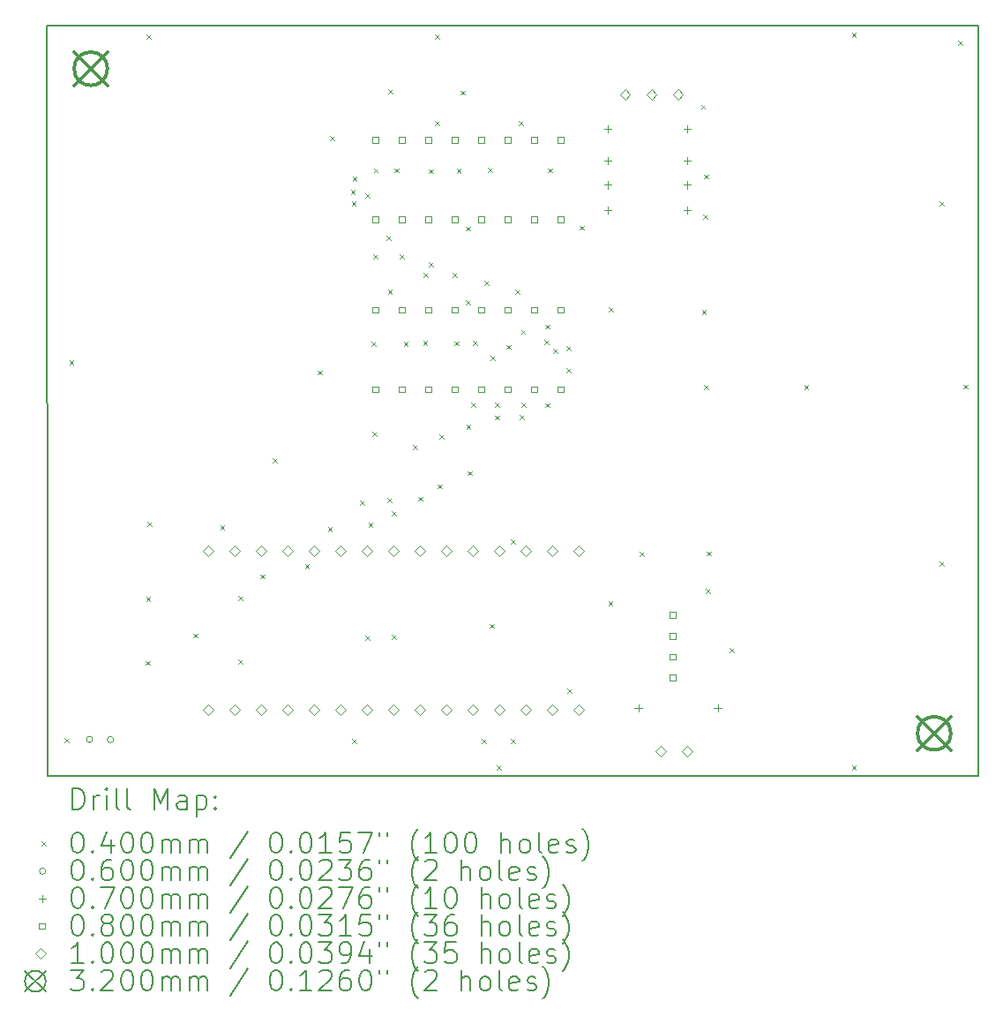
<source format=gbr>
%FSLAX45Y45*%
G04 Gerber Fmt 4.5, Leading zero omitted, Abs format (unit mm)*
G04 Created by KiCad (PCBNEW (6.0.4)) date 2023-10-22 17:32:35*
%MOMM*%
%LPD*%
G01*
G04 APERTURE LIST*
%TA.AperFunction,Profile*%
%ADD10C,0.150000*%
%TD*%
%ADD11C,0.200000*%
%ADD12C,0.040000*%
%ADD13C,0.060000*%
%ADD14C,0.070000*%
%ADD15C,0.080000*%
%ADD16C,0.100000*%
%ADD17C,0.320000*%
G04 APERTURE END LIST*
D10*
X27383400Y-8356400D02*
X27383400Y-15554000D01*
X18437800Y-8356400D02*
X27383400Y-8356400D01*
X18447800Y-15556400D02*
X18437800Y-8356400D01*
X27383400Y-15554000D02*
X18447800Y-15556400D01*
D11*
D12*
X18608800Y-15189400D02*
X18648800Y-15229400D01*
X18648800Y-15189400D02*
X18608800Y-15229400D01*
X18657800Y-11566400D02*
X18697800Y-11606400D01*
X18697800Y-11566400D02*
X18657800Y-11606400D01*
X19387800Y-14451400D02*
X19427800Y-14491400D01*
X19427800Y-14451400D02*
X19387800Y-14491400D01*
X19392800Y-13838900D02*
X19432800Y-13878900D01*
X19432800Y-13838900D02*
X19392800Y-13878900D01*
X19397800Y-8446400D02*
X19437800Y-8486400D01*
X19437800Y-8446400D02*
X19397800Y-8486400D01*
X19407800Y-13116400D02*
X19447800Y-13156400D01*
X19447800Y-13116400D02*
X19407800Y-13156400D01*
X19847800Y-14188900D02*
X19887800Y-14228900D01*
X19887800Y-14188900D02*
X19847800Y-14228900D01*
X20105300Y-13153900D02*
X20145300Y-13193900D01*
X20145300Y-13153900D02*
X20105300Y-13193900D01*
X20276800Y-13832200D02*
X20316800Y-13872200D01*
X20316800Y-13832200D02*
X20276800Y-13872200D01*
X20276800Y-14441800D02*
X20316800Y-14481800D01*
X20316800Y-14441800D02*
X20276800Y-14481800D01*
X20488800Y-13621400D02*
X20528800Y-13661400D01*
X20528800Y-13621400D02*
X20488800Y-13661400D01*
X20607800Y-12506400D02*
X20647800Y-12546400D01*
X20647800Y-12506400D02*
X20607800Y-12546400D01*
X20916800Y-13522400D02*
X20956800Y-13562400D01*
X20956800Y-13522400D02*
X20916800Y-13562400D01*
X21037750Y-11666400D02*
X21077750Y-11706400D01*
X21077750Y-11666400D02*
X21037750Y-11706400D01*
X21137800Y-13166400D02*
X21177800Y-13206400D01*
X21177800Y-13166400D02*
X21137800Y-13206400D01*
X21156800Y-9419400D02*
X21196800Y-9459400D01*
X21196800Y-9419400D02*
X21156800Y-9459400D01*
X21356800Y-9933400D02*
X21396800Y-9973400D01*
X21396800Y-9933400D02*
X21356800Y-9973400D01*
X21365250Y-10047600D02*
X21405250Y-10087600D01*
X21405250Y-10047600D02*
X21365250Y-10087600D01*
X21369000Y-15203800D02*
X21409000Y-15243800D01*
X21409000Y-15203800D02*
X21369000Y-15243800D01*
X21374800Y-9805400D02*
X21414800Y-9845400D01*
X21414800Y-9805400D02*
X21374800Y-9845400D01*
X21445200Y-12917800D02*
X21485200Y-12957800D01*
X21485200Y-12917800D02*
X21445200Y-12957800D01*
X21496000Y-9969850D02*
X21536000Y-10009850D01*
X21536000Y-9969850D02*
X21496000Y-10009850D01*
X21497800Y-14208900D02*
X21537800Y-14248900D01*
X21537800Y-14208900D02*
X21497800Y-14248900D01*
X21527800Y-13126400D02*
X21567800Y-13166400D01*
X21567800Y-13126400D02*
X21527800Y-13166400D01*
X21557200Y-11391600D02*
X21597200Y-11431600D01*
X21597200Y-11391600D02*
X21557200Y-11431600D01*
X21567800Y-12256400D02*
X21607800Y-12296400D01*
X21607800Y-12256400D02*
X21567800Y-12296400D01*
X21572200Y-10555600D02*
X21612200Y-10595600D01*
X21612200Y-10555600D02*
X21572200Y-10595600D01*
X21577800Y-9726400D02*
X21617800Y-9766400D01*
X21617800Y-9726400D02*
X21577800Y-9766400D01*
X21699200Y-10374050D02*
X21739200Y-10414050D01*
X21739200Y-10374050D02*
X21699200Y-10414050D01*
X21709600Y-12890200D02*
X21749600Y-12930200D01*
X21749600Y-12890200D02*
X21709600Y-12930200D01*
X21712800Y-10891400D02*
X21752800Y-10931400D01*
X21752800Y-10891400D02*
X21712800Y-10931400D01*
X21715546Y-8968654D02*
X21755546Y-9008654D01*
X21755546Y-8968654D02*
X21715546Y-9008654D01*
X21749800Y-13016400D02*
X21789800Y-13056400D01*
X21789800Y-13016400D02*
X21749800Y-13056400D01*
X21752800Y-14201400D02*
X21792800Y-14241400D01*
X21792800Y-14201400D02*
X21752800Y-14241400D01*
X21779150Y-9726400D02*
X21819150Y-9766400D01*
X21819150Y-9726400D02*
X21779150Y-9766400D01*
X21826200Y-10555600D02*
X21866200Y-10595600D01*
X21866200Y-10555600D02*
X21826200Y-10595600D01*
X21865750Y-11391600D02*
X21905750Y-11431600D01*
X21905750Y-11391600D02*
X21865750Y-11431600D01*
X21953200Y-12384400D02*
X21993200Y-12424400D01*
X21993200Y-12384400D02*
X21953200Y-12424400D01*
X22005800Y-12876400D02*
X22045800Y-12916400D01*
X22045800Y-12876400D02*
X22005800Y-12916400D01*
X22051051Y-11383900D02*
X22091051Y-11423900D01*
X22091051Y-11383900D02*
X22051051Y-11423900D01*
X22054800Y-10731573D02*
X22094800Y-10771573D01*
X22094800Y-10731573D02*
X22054800Y-10771573D01*
X22105600Y-10631800D02*
X22145600Y-10671800D01*
X22145600Y-10631800D02*
X22105600Y-10671800D01*
X22105800Y-9735400D02*
X22145800Y-9775400D01*
X22145800Y-9735400D02*
X22105800Y-9775400D01*
X22167800Y-8446400D02*
X22207800Y-8486400D01*
X22207800Y-8446400D02*
X22167800Y-8486400D01*
X22167800Y-9276400D02*
X22207800Y-9316400D01*
X22207800Y-9276400D02*
X22167800Y-9316400D01*
X22193800Y-12757400D02*
X22233800Y-12797400D01*
X22233800Y-12757400D02*
X22193800Y-12797400D01*
X22207200Y-12282800D02*
X22247200Y-12322800D01*
X22247200Y-12282800D02*
X22207200Y-12322800D01*
X22334200Y-10733400D02*
X22374200Y-10773400D01*
X22374200Y-10733400D02*
X22334200Y-10773400D01*
X22355300Y-11386400D02*
X22395300Y-11426400D01*
X22395300Y-11386400D02*
X22355300Y-11426400D01*
X22373482Y-9732082D02*
X22413482Y-9772082D01*
X22413482Y-9732082D02*
X22373482Y-9772082D01*
X22408854Y-8982346D02*
X22448854Y-9022346D01*
X22448854Y-8982346D02*
X22408854Y-9022346D01*
X22460800Y-10992400D02*
X22500800Y-11032400D01*
X22500800Y-10992400D02*
X22460800Y-11032400D01*
X22461800Y-10285400D02*
X22501800Y-10325400D01*
X22501800Y-10285400D02*
X22461800Y-10325400D01*
X22467800Y-12186400D02*
X22507800Y-12226400D01*
X22507800Y-12186400D02*
X22467800Y-12226400D01*
X22477800Y-12631400D02*
X22517800Y-12671400D01*
X22517800Y-12631400D02*
X22477800Y-12671400D01*
X22512000Y-11978000D02*
X22552000Y-12018000D01*
X22552000Y-11978000D02*
X22512000Y-12018000D01*
X22532602Y-11383900D02*
X22572602Y-11423900D01*
X22572602Y-11383900D02*
X22532602Y-11423900D01*
X22613600Y-15203800D02*
X22653600Y-15243800D01*
X22653600Y-15203800D02*
X22613600Y-15243800D01*
X22640799Y-10809600D02*
X22680799Y-10849600D01*
X22680799Y-10809600D02*
X22640799Y-10849600D01*
X22674800Y-9722400D02*
X22714800Y-9762400D01*
X22714800Y-9722400D02*
X22674800Y-9762400D01*
X22692800Y-14096400D02*
X22732800Y-14136400D01*
X22732800Y-14096400D02*
X22692800Y-14136400D01*
X22700800Y-11526400D02*
X22740800Y-11566400D01*
X22740800Y-11526400D02*
X22700800Y-11566400D01*
X22740600Y-11978000D02*
X22780600Y-12018000D01*
X22780600Y-11978000D02*
X22740600Y-12018000D01*
X22744928Y-12097862D02*
X22784928Y-12137862D01*
X22784928Y-12097862D02*
X22744928Y-12137862D01*
X22757800Y-15456400D02*
X22797800Y-15496400D01*
X22797800Y-15456400D02*
X22757800Y-15496400D01*
X22849800Y-11421400D02*
X22889800Y-11461400D01*
X22889800Y-11421400D02*
X22849800Y-11461400D01*
X22892800Y-13286350D02*
X22932800Y-13326350D01*
X22932800Y-13286350D02*
X22892800Y-13326350D01*
X22892800Y-15201400D02*
X22932800Y-15241400D01*
X22932800Y-15201400D02*
X22892800Y-15241400D01*
X22937593Y-10892579D02*
X22977593Y-10932579D01*
X22977593Y-10892579D02*
X22937593Y-10932579D01*
X22967800Y-9276400D02*
X23007800Y-9316400D01*
X23007800Y-9276400D02*
X22967800Y-9316400D01*
X22981800Y-12094400D02*
X23021800Y-12134400D01*
X23021800Y-12094400D02*
X22981800Y-12134400D01*
X22990800Y-11276400D02*
X23030800Y-11316400D01*
X23030800Y-11276400D02*
X22990800Y-11316400D01*
X22994600Y-11978000D02*
X23034600Y-12018000D01*
X23034600Y-11978000D02*
X22994600Y-12018000D01*
X23214800Y-11373400D02*
X23254800Y-11413400D01*
X23254800Y-11373400D02*
X23214800Y-11413400D01*
X23223800Y-11225400D02*
X23263800Y-11265400D01*
X23263800Y-11225400D02*
X23223800Y-11265400D01*
X23223800Y-11978400D02*
X23263800Y-12018400D01*
X23263800Y-11978400D02*
X23223800Y-12018400D01*
X23247800Y-9726400D02*
X23287800Y-9766400D01*
X23287800Y-9726400D02*
X23247800Y-9766400D01*
X23301800Y-11459400D02*
X23341800Y-11499400D01*
X23341800Y-11459400D02*
X23301800Y-11499400D01*
X23426400Y-11647800D02*
X23466400Y-11687800D01*
X23466400Y-11647800D02*
X23426400Y-11687800D01*
X23428800Y-11430400D02*
X23468800Y-11470400D01*
X23468800Y-11430400D02*
X23428800Y-11470400D01*
X23437800Y-14716400D02*
X23477800Y-14756400D01*
X23477800Y-14716400D02*
X23437800Y-14756400D01*
X23557800Y-10276400D02*
X23597800Y-10316400D01*
X23597800Y-10276400D02*
X23557800Y-10316400D01*
X23830800Y-13882400D02*
X23870800Y-13922400D01*
X23870800Y-13882400D02*
X23830800Y-13922400D01*
X23832800Y-11063600D02*
X23872800Y-11103600D01*
X23872800Y-11063600D02*
X23832800Y-11103600D01*
X24127800Y-13406400D02*
X24167800Y-13446400D01*
X24167800Y-13406400D02*
X24127800Y-13446400D01*
X24717800Y-9116400D02*
X24757800Y-9156400D01*
X24757800Y-9116400D02*
X24717800Y-9156400D01*
X24727800Y-11086400D02*
X24767800Y-11126400D01*
X24767800Y-11086400D02*
X24727800Y-11126400D01*
X24741800Y-10171400D02*
X24781800Y-10211400D01*
X24781800Y-10171400D02*
X24741800Y-10211400D01*
X24747800Y-9786400D02*
X24787800Y-9826400D01*
X24787800Y-9786400D02*
X24747800Y-9826400D01*
X24747800Y-11806400D02*
X24787800Y-11846400D01*
X24787800Y-11806400D02*
X24747800Y-11846400D01*
X24765800Y-13762400D02*
X24805800Y-13802400D01*
X24805800Y-13762400D02*
X24765800Y-13802400D01*
X24773800Y-13402400D02*
X24813800Y-13442400D01*
X24813800Y-13402400D02*
X24773800Y-13442400D01*
X24992800Y-14326400D02*
X25032800Y-14366400D01*
X25032800Y-14326400D02*
X24992800Y-14366400D01*
X25709800Y-11804400D02*
X25749800Y-11844400D01*
X25749800Y-11804400D02*
X25709800Y-11844400D01*
X26167800Y-8426400D02*
X26207800Y-8466400D01*
X26207800Y-8426400D02*
X26167800Y-8466400D01*
X26167800Y-15456400D02*
X26207800Y-15496400D01*
X26207800Y-15456400D02*
X26167800Y-15496400D01*
X27007800Y-10047600D02*
X27047800Y-10087600D01*
X27047800Y-10047600D02*
X27007800Y-10087600D01*
X27007800Y-13502000D02*
X27047800Y-13542000D01*
X27047800Y-13502000D02*
X27007800Y-13542000D01*
X27184800Y-8505400D02*
X27224800Y-8545400D01*
X27224800Y-8505400D02*
X27184800Y-8545400D01*
X27236800Y-11800400D02*
X27276800Y-11840400D01*
X27276800Y-11800400D02*
X27236800Y-11840400D01*
D13*
X18880800Y-15206400D02*
G75*
G03*
X18880800Y-15206400I-30000J0D01*
G01*
X19080800Y-15206400D02*
G75*
G03*
X19080800Y-15206400I-30000J0D01*
G01*
D14*
X23822800Y-9311400D02*
X23822800Y-9381400D01*
X23787800Y-9346400D02*
X23857800Y-9346400D01*
X23826800Y-9621400D02*
X23826800Y-9691400D01*
X23791800Y-9656400D02*
X23861800Y-9656400D01*
X23826800Y-9851400D02*
X23826800Y-9921400D01*
X23791800Y-9886400D02*
X23861800Y-9886400D01*
X23826800Y-10091400D02*
X23826800Y-10161400D01*
X23791800Y-10126400D02*
X23861800Y-10126400D01*
X24116800Y-14871400D02*
X24116800Y-14941400D01*
X24081800Y-14906400D02*
X24151800Y-14906400D01*
X24584800Y-9311400D02*
X24584800Y-9381400D01*
X24549800Y-9346400D02*
X24619800Y-9346400D01*
X24588800Y-9621400D02*
X24588800Y-9691400D01*
X24553800Y-9656400D02*
X24623800Y-9656400D01*
X24588800Y-9851400D02*
X24588800Y-9921400D01*
X24553800Y-9886400D02*
X24623800Y-9886400D01*
X24588800Y-10091400D02*
X24588800Y-10161400D01*
X24553800Y-10126400D02*
X24623800Y-10126400D01*
X24878800Y-14871400D02*
X24878800Y-14941400D01*
X24843800Y-14906400D02*
X24913800Y-14906400D01*
D15*
X21618985Y-11112885D02*
X21618985Y-11056316D01*
X21562416Y-11056316D01*
X21562416Y-11112885D01*
X21618985Y-11112885D01*
X21618985Y-11874884D02*
X21618985Y-11818315D01*
X21562416Y-11818315D01*
X21562416Y-11874884D01*
X21618985Y-11874884D01*
X21621985Y-9485285D02*
X21621985Y-9428716D01*
X21565416Y-9428716D01*
X21565416Y-9485285D01*
X21621985Y-9485285D01*
X21621985Y-10247285D02*
X21621985Y-10190716D01*
X21565416Y-10190716D01*
X21565416Y-10247285D01*
X21621985Y-10247285D01*
X21872985Y-11112885D02*
X21872985Y-11056316D01*
X21816416Y-11056316D01*
X21816416Y-11112885D01*
X21872985Y-11112885D01*
X21872985Y-11874884D02*
X21872985Y-11818315D01*
X21816416Y-11818315D01*
X21816416Y-11874884D01*
X21872985Y-11874884D01*
X21875985Y-9485285D02*
X21875985Y-9428716D01*
X21819416Y-9428716D01*
X21819416Y-9485285D01*
X21875985Y-9485285D01*
X21875985Y-10247285D02*
X21875985Y-10190716D01*
X21819416Y-10190716D01*
X21819416Y-10247285D01*
X21875985Y-10247285D01*
X22126985Y-11112885D02*
X22126985Y-11056316D01*
X22070416Y-11056316D01*
X22070416Y-11112885D01*
X22126985Y-11112885D01*
X22126985Y-11874884D02*
X22126985Y-11818315D01*
X22070416Y-11818315D01*
X22070416Y-11874884D01*
X22126985Y-11874884D01*
X22129985Y-9485285D02*
X22129985Y-9428716D01*
X22073416Y-9428716D01*
X22073416Y-9485285D01*
X22129985Y-9485285D01*
X22129985Y-10247285D02*
X22129985Y-10190716D01*
X22073416Y-10190716D01*
X22073416Y-10247285D01*
X22129985Y-10247285D01*
X22380984Y-11112885D02*
X22380984Y-11056316D01*
X22324416Y-11056316D01*
X22324416Y-11112885D01*
X22380984Y-11112885D01*
X22380984Y-11874884D02*
X22380984Y-11818315D01*
X22324416Y-11818315D01*
X22324416Y-11874884D01*
X22380984Y-11874884D01*
X22383984Y-9485285D02*
X22383984Y-9428716D01*
X22327416Y-9428716D01*
X22327416Y-9485285D01*
X22383984Y-9485285D01*
X22383984Y-10247285D02*
X22383984Y-10190716D01*
X22327416Y-10190716D01*
X22327416Y-10247285D01*
X22383984Y-10247285D01*
X22634984Y-11112885D02*
X22634984Y-11056316D01*
X22578415Y-11056316D01*
X22578415Y-11112885D01*
X22634984Y-11112885D01*
X22634984Y-11874884D02*
X22634984Y-11818315D01*
X22578415Y-11818315D01*
X22578415Y-11874884D01*
X22634984Y-11874884D01*
X22637984Y-9485285D02*
X22637984Y-9428716D01*
X22581415Y-9428716D01*
X22581415Y-9485285D01*
X22637984Y-9485285D01*
X22637984Y-10247285D02*
X22637984Y-10190716D01*
X22581415Y-10190716D01*
X22581415Y-10247285D01*
X22637984Y-10247285D01*
X22888984Y-11112885D02*
X22888984Y-11056316D01*
X22832415Y-11056316D01*
X22832415Y-11112885D01*
X22888984Y-11112885D01*
X22888984Y-11874884D02*
X22888984Y-11818315D01*
X22832415Y-11818315D01*
X22832415Y-11874884D01*
X22888984Y-11874884D01*
X22891984Y-9485285D02*
X22891984Y-9428716D01*
X22835415Y-9428716D01*
X22835415Y-9485285D01*
X22891984Y-9485285D01*
X22891984Y-10247285D02*
X22891984Y-10190716D01*
X22835415Y-10190716D01*
X22835415Y-10247285D01*
X22891984Y-10247285D01*
X23142984Y-11112885D02*
X23142984Y-11056316D01*
X23086415Y-11056316D01*
X23086415Y-11112885D01*
X23142984Y-11112885D01*
X23142984Y-11874884D02*
X23142984Y-11818315D01*
X23086415Y-11818315D01*
X23086415Y-11874884D01*
X23142984Y-11874884D01*
X23145984Y-9485285D02*
X23145984Y-9428716D01*
X23089415Y-9428716D01*
X23089415Y-9485285D01*
X23145984Y-9485285D01*
X23145984Y-10247285D02*
X23145984Y-10190716D01*
X23089415Y-10190716D01*
X23089415Y-10247285D01*
X23145984Y-10247285D01*
X23396984Y-11112885D02*
X23396984Y-11056316D01*
X23340415Y-11056316D01*
X23340415Y-11112885D01*
X23396984Y-11112885D01*
X23396984Y-11874884D02*
X23396984Y-11818315D01*
X23340415Y-11818315D01*
X23340415Y-11874884D01*
X23396984Y-11874884D01*
X23399984Y-9485285D02*
X23399984Y-9428716D01*
X23343415Y-9428716D01*
X23343415Y-9485285D01*
X23399984Y-9485285D01*
X23399984Y-10247285D02*
X23399984Y-10190716D01*
X23343415Y-10190716D01*
X23343415Y-10247285D01*
X23399984Y-10247285D01*
X24476084Y-14039684D02*
X24476084Y-13983115D01*
X24419515Y-13983115D01*
X24419515Y-14039684D01*
X24476084Y-14039684D01*
X24476084Y-14239684D02*
X24476084Y-14183115D01*
X24419515Y-14183115D01*
X24419515Y-14239684D01*
X24476084Y-14239684D01*
X24476084Y-14439684D02*
X24476084Y-14383115D01*
X24419515Y-14383115D01*
X24419515Y-14439684D01*
X24476084Y-14439684D01*
X24476084Y-14639684D02*
X24476084Y-14583115D01*
X24419515Y-14583115D01*
X24419515Y-14639684D01*
X24476084Y-14639684D01*
D16*
X19992000Y-13446000D02*
X20042000Y-13396000D01*
X19992000Y-13346000D01*
X19942000Y-13396000D01*
X19992000Y-13446000D01*
X19992000Y-14970000D02*
X20042000Y-14920000D01*
X19992000Y-14870000D01*
X19942000Y-14920000D01*
X19992000Y-14970000D01*
X20246000Y-13446000D02*
X20296000Y-13396000D01*
X20246000Y-13346000D01*
X20196000Y-13396000D01*
X20246000Y-13446000D01*
X20246000Y-14970000D02*
X20296000Y-14920000D01*
X20246000Y-14870000D01*
X20196000Y-14920000D01*
X20246000Y-14970000D01*
X20500000Y-13446000D02*
X20550000Y-13396000D01*
X20500000Y-13346000D01*
X20450000Y-13396000D01*
X20500000Y-13446000D01*
X20500000Y-14970000D02*
X20550000Y-14920000D01*
X20500000Y-14870000D01*
X20450000Y-14920000D01*
X20500000Y-14970000D01*
X20754000Y-13446000D02*
X20804000Y-13396000D01*
X20754000Y-13346000D01*
X20704000Y-13396000D01*
X20754000Y-13446000D01*
X20754000Y-14970000D02*
X20804000Y-14920000D01*
X20754000Y-14870000D01*
X20704000Y-14920000D01*
X20754000Y-14970000D01*
X21008000Y-13446000D02*
X21058000Y-13396000D01*
X21008000Y-13346000D01*
X20958000Y-13396000D01*
X21008000Y-13446000D01*
X21008000Y-14970000D02*
X21058000Y-14920000D01*
X21008000Y-14870000D01*
X20958000Y-14920000D01*
X21008000Y-14970000D01*
X21262000Y-13446000D02*
X21312000Y-13396000D01*
X21262000Y-13346000D01*
X21212000Y-13396000D01*
X21262000Y-13446000D01*
X21262000Y-14970000D02*
X21312000Y-14920000D01*
X21262000Y-14870000D01*
X21212000Y-14920000D01*
X21262000Y-14970000D01*
X21516000Y-13446000D02*
X21566000Y-13396000D01*
X21516000Y-13346000D01*
X21466000Y-13396000D01*
X21516000Y-13446000D01*
X21516000Y-14970000D02*
X21566000Y-14920000D01*
X21516000Y-14870000D01*
X21466000Y-14920000D01*
X21516000Y-14970000D01*
X21770000Y-13446000D02*
X21820000Y-13396000D01*
X21770000Y-13346000D01*
X21720000Y-13396000D01*
X21770000Y-13446000D01*
X21770000Y-14970000D02*
X21820000Y-14920000D01*
X21770000Y-14870000D01*
X21720000Y-14920000D01*
X21770000Y-14970000D01*
X22024000Y-13446000D02*
X22074000Y-13396000D01*
X22024000Y-13346000D01*
X21974000Y-13396000D01*
X22024000Y-13446000D01*
X22024000Y-14970000D02*
X22074000Y-14920000D01*
X22024000Y-14870000D01*
X21974000Y-14920000D01*
X22024000Y-14970000D01*
X22278000Y-13446000D02*
X22328000Y-13396000D01*
X22278000Y-13346000D01*
X22228000Y-13396000D01*
X22278000Y-13446000D01*
X22278000Y-14970000D02*
X22328000Y-14920000D01*
X22278000Y-14870000D01*
X22228000Y-14920000D01*
X22278000Y-14970000D01*
X22532000Y-13446000D02*
X22582000Y-13396000D01*
X22532000Y-13346000D01*
X22482000Y-13396000D01*
X22532000Y-13446000D01*
X22532000Y-14970000D02*
X22582000Y-14920000D01*
X22532000Y-14870000D01*
X22482000Y-14920000D01*
X22532000Y-14970000D01*
X22786000Y-13446000D02*
X22836000Y-13396000D01*
X22786000Y-13346000D01*
X22736000Y-13396000D01*
X22786000Y-13446000D01*
X22786000Y-14970000D02*
X22836000Y-14920000D01*
X22786000Y-14870000D01*
X22736000Y-14920000D01*
X22786000Y-14970000D01*
X23040000Y-13446000D02*
X23090000Y-13396000D01*
X23040000Y-13346000D01*
X22990000Y-13396000D01*
X23040000Y-13446000D01*
X23040000Y-14970000D02*
X23090000Y-14920000D01*
X23040000Y-14870000D01*
X22990000Y-14920000D01*
X23040000Y-14970000D01*
X23294000Y-13446000D02*
X23344000Y-13396000D01*
X23294000Y-13346000D01*
X23244000Y-13396000D01*
X23294000Y-13446000D01*
X23294000Y-14970000D02*
X23344000Y-14920000D01*
X23294000Y-14870000D01*
X23244000Y-14920000D01*
X23294000Y-14970000D01*
X23548000Y-13446000D02*
X23598000Y-13396000D01*
X23548000Y-13346000D01*
X23498000Y-13396000D01*
X23548000Y-13446000D01*
X23548000Y-14970000D02*
X23598000Y-14920000D01*
X23548000Y-14870000D01*
X23498000Y-14920000D01*
X23548000Y-14970000D01*
X23989800Y-9066400D02*
X24039800Y-9016400D01*
X23989800Y-8966400D01*
X23939800Y-9016400D01*
X23989800Y-9066400D01*
X24243800Y-9066400D02*
X24293800Y-9016400D01*
X24243800Y-8966400D01*
X24193800Y-9016400D01*
X24243800Y-9066400D01*
X24330300Y-15366400D02*
X24380300Y-15316400D01*
X24330300Y-15266400D01*
X24280300Y-15316400D01*
X24330300Y-15366400D01*
X24497800Y-9066400D02*
X24547800Y-9016400D01*
X24497800Y-8966400D01*
X24447800Y-9016400D01*
X24497800Y-9066400D01*
X24584300Y-15366400D02*
X24634300Y-15316400D01*
X24584300Y-15266400D01*
X24534300Y-15316400D01*
X24584300Y-15366400D01*
D17*
X18702000Y-8612000D02*
X19022000Y-8932000D01*
X19022000Y-8612000D02*
X18702000Y-8932000D01*
X19022000Y-8772000D02*
G75*
G03*
X19022000Y-8772000I-160000J0D01*
G01*
X26797000Y-14986000D02*
X27117000Y-15306000D01*
X27117000Y-14986000D02*
X26797000Y-15306000D01*
X27117000Y-15146000D02*
G75*
G03*
X27117000Y-15146000I-160000J0D01*
G01*
D11*
X18687919Y-15874376D02*
X18687919Y-15674376D01*
X18735538Y-15674376D01*
X18764110Y-15683900D01*
X18783157Y-15702948D01*
X18792681Y-15721995D01*
X18802205Y-15760090D01*
X18802205Y-15788662D01*
X18792681Y-15826757D01*
X18783157Y-15845805D01*
X18764110Y-15864852D01*
X18735538Y-15874376D01*
X18687919Y-15874376D01*
X18887919Y-15874376D02*
X18887919Y-15741043D01*
X18887919Y-15779138D02*
X18897443Y-15760090D01*
X18906967Y-15750567D01*
X18926014Y-15741043D01*
X18945062Y-15741043D01*
X19011729Y-15874376D02*
X19011729Y-15741043D01*
X19011729Y-15674376D02*
X19002205Y-15683900D01*
X19011729Y-15693424D01*
X19021252Y-15683900D01*
X19011729Y-15674376D01*
X19011729Y-15693424D01*
X19135538Y-15874376D02*
X19116490Y-15864852D01*
X19106967Y-15845805D01*
X19106967Y-15674376D01*
X19240300Y-15874376D02*
X19221252Y-15864852D01*
X19211729Y-15845805D01*
X19211729Y-15674376D01*
X19468871Y-15874376D02*
X19468871Y-15674376D01*
X19535538Y-15817233D01*
X19602205Y-15674376D01*
X19602205Y-15874376D01*
X19783157Y-15874376D02*
X19783157Y-15769614D01*
X19773633Y-15750567D01*
X19754586Y-15741043D01*
X19716490Y-15741043D01*
X19697443Y-15750567D01*
X19783157Y-15864852D02*
X19764110Y-15874376D01*
X19716490Y-15874376D01*
X19697443Y-15864852D01*
X19687919Y-15845805D01*
X19687919Y-15826757D01*
X19697443Y-15807709D01*
X19716490Y-15798186D01*
X19764110Y-15798186D01*
X19783157Y-15788662D01*
X19878395Y-15741043D02*
X19878395Y-15941043D01*
X19878395Y-15750567D02*
X19897443Y-15741043D01*
X19935538Y-15741043D01*
X19954586Y-15750567D01*
X19964110Y-15760090D01*
X19973633Y-15779138D01*
X19973633Y-15836281D01*
X19964110Y-15855328D01*
X19954586Y-15864852D01*
X19935538Y-15874376D01*
X19897443Y-15874376D01*
X19878395Y-15864852D01*
X20059348Y-15855328D02*
X20068871Y-15864852D01*
X20059348Y-15874376D01*
X20049824Y-15864852D01*
X20059348Y-15855328D01*
X20059348Y-15874376D01*
X20059348Y-15750567D02*
X20068871Y-15760090D01*
X20059348Y-15769614D01*
X20049824Y-15760090D01*
X20059348Y-15750567D01*
X20059348Y-15769614D01*
D12*
X18390300Y-16183900D02*
X18430300Y-16223900D01*
X18430300Y-16183900D02*
X18390300Y-16223900D01*
D11*
X18726014Y-16094376D02*
X18745062Y-16094376D01*
X18764110Y-16103900D01*
X18773633Y-16113424D01*
X18783157Y-16132471D01*
X18792681Y-16170567D01*
X18792681Y-16218186D01*
X18783157Y-16256281D01*
X18773633Y-16275328D01*
X18764110Y-16284852D01*
X18745062Y-16294376D01*
X18726014Y-16294376D01*
X18706967Y-16284852D01*
X18697443Y-16275328D01*
X18687919Y-16256281D01*
X18678395Y-16218186D01*
X18678395Y-16170567D01*
X18687919Y-16132471D01*
X18697443Y-16113424D01*
X18706967Y-16103900D01*
X18726014Y-16094376D01*
X18878395Y-16275328D02*
X18887919Y-16284852D01*
X18878395Y-16294376D01*
X18868871Y-16284852D01*
X18878395Y-16275328D01*
X18878395Y-16294376D01*
X19059348Y-16161043D02*
X19059348Y-16294376D01*
X19011729Y-16084852D02*
X18964110Y-16227709D01*
X19087919Y-16227709D01*
X19202205Y-16094376D02*
X19221252Y-16094376D01*
X19240300Y-16103900D01*
X19249824Y-16113424D01*
X19259348Y-16132471D01*
X19268871Y-16170567D01*
X19268871Y-16218186D01*
X19259348Y-16256281D01*
X19249824Y-16275328D01*
X19240300Y-16284852D01*
X19221252Y-16294376D01*
X19202205Y-16294376D01*
X19183157Y-16284852D01*
X19173633Y-16275328D01*
X19164110Y-16256281D01*
X19154586Y-16218186D01*
X19154586Y-16170567D01*
X19164110Y-16132471D01*
X19173633Y-16113424D01*
X19183157Y-16103900D01*
X19202205Y-16094376D01*
X19392681Y-16094376D02*
X19411729Y-16094376D01*
X19430776Y-16103900D01*
X19440300Y-16113424D01*
X19449824Y-16132471D01*
X19459348Y-16170567D01*
X19459348Y-16218186D01*
X19449824Y-16256281D01*
X19440300Y-16275328D01*
X19430776Y-16284852D01*
X19411729Y-16294376D01*
X19392681Y-16294376D01*
X19373633Y-16284852D01*
X19364110Y-16275328D01*
X19354586Y-16256281D01*
X19345062Y-16218186D01*
X19345062Y-16170567D01*
X19354586Y-16132471D01*
X19364110Y-16113424D01*
X19373633Y-16103900D01*
X19392681Y-16094376D01*
X19545062Y-16294376D02*
X19545062Y-16161043D01*
X19545062Y-16180090D02*
X19554586Y-16170567D01*
X19573633Y-16161043D01*
X19602205Y-16161043D01*
X19621252Y-16170567D01*
X19630776Y-16189614D01*
X19630776Y-16294376D01*
X19630776Y-16189614D02*
X19640300Y-16170567D01*
X19659348Y-16161043D01*
X19687919Y-16161043D01*
X19706967Y-16170567D01*
X19716490Y-16189614D01*
X19716490Y-16294376D01*
X19811729Y-16294376D02*
X19811729Y-16161043D01*
X19811729Y-16180090D02*
X19821252Y-16170567D01*
X19840300Y-16161043D01*
X19868871Y-16161043D01*
X19887919Y-16170567D01*
X19897443Y-16189614D01*
X19897443Y-16294376D01*
X19897443Y-16189614D02*
X19906967Y-16170567D01*
X19926014Y-16161043D01*
X19954586Y-16161043D01*
X19973633Y-16170567D01*
X19983157Y-16189614D01*
X19983157Y-16294376D01*
X20373633Y-16084852D02*
X20202205Y-16341995D01*
X20630776Y-16094376D02*
X20649824Y-16094376D01*
X20668871Y-16103900D01*
X20678395Y-16113424D01*
X20687919Y-16132471D01*
X20697443Y-16170567D01*
X20697443Y-16218186D01*
X20687919Y-16256281D01*
X20678395Y-16275328D01*
X20668871Y-16284852D01*
X20649824Y-16294376D01*
X20630776Y-16294376D01*
X20611729Y-16284852D01*
X20602205Y-16275328D01*
X20592681Y-16256281D01*
X20583157Y-16218186D01*
X20583157Y-16170567D01*
X20592681Y-16132471D01*
X20602205Y-16113424D01*
X20611729Y-16103900D01*
X20630776Y-16094376D01*
X20783157Y-16275328D02*
X20792681Y-16284852D01*
X20783157Y-16294376D01*
X20773633Y-16284852D01*
X20783157Y-16275328D01*
X20783157Y-16294376D01*
X20916490Y-16094376D02*
X20935538Y-16094376D01*
X20954586Y-16103900D01*
X20964110Y-16113424D01*
X20973633Y-16132471D01*
X20983157Y-16170567D01*
X20983157Y-16218186D01*
X20973633Y-16256281D01*
X20964110Y-16275328D01*
X20954586Y-16284852D01*
X20935538Y-16294376D01*
X20916490Y-16294376D01*
X20897443Y-16284852D01*
X20887919Y-16275328D01*
X20878395Y-16256281D01*
X20868871Y-16218186D01*
X20868871Y-16170567D01*
X20878395Y-16132471D01*
X20887919Y-16113424D01*
X20897443Y-16103900D01*
X20916490Y-16094376D01*
X21173633Y-16294376D02*
X21059348Y-16294376D01*
X21116490Y-16294376D02*
X21116490Y-16094376D01*
X21097443Y-16122948D01*
X21078395Y-16141995D01*
X21059348Y-16151519D01*
X21354586Y-16094376D02*
X21259348Y-16094376D01*
X21249824Y-16189614D01*
X21259348Y-16180090D01*
X21278395Y-16170567D01*
X21326014Y-16170567D01*
X21345062Y-16180090D01*
X21354586Y-16189614D01*
X21364110Y-16208662D01*
X21364110Y-16256281D01*
X21354586Y-16275328D01*
X21345062Y-16284852D01*
X21326014Y-16294376D01*
X21278395Y-16294376D01*
X21259348Y-16284852D01*
X21249824Y-16275328D01*
X21430776Y-16094376D02*
X21564110Y-16094376D01*
X21478395Y-16294376D01*
X21630776Y-16094376D02*
X21630776Y-16132471D01*
X21706967Y-16094376D02*
X21706967Y-16132471D01*
X22002205Y-16370567D02*
X21992681Y-16361043D01*
X21973633Y-16332471D01*
X21964110Y-16313424D01*
X21954586Y-16284852D01*
X21945062Y-16237233D01*
X21945062Y-16199138D01*
X21954586Y-16151519D01*
X21964110Y-16122948D01*
X21973633Y-16103900D01*
X21992681Y-16075328D01*
X22002205Y-16065805D01*
X22183157Y-16294376D02*
X22068871Y-16294376D01*
X22126014Y-16294376D02*
X22126014Y-16094376D01*
X22106967Y-16122948D01*
X22087919Y-16141995D01*
X22068871Y-16151519D01*
X22306967Y-16094376D02*
X22326014Y-16094376D01*
X22345062Y-16103900D01*
X22354586Y-16113424D01*
X22364110Y-16132471D01*
X22373633Y-16170567D01*
X22373633Y-16218186D01*
X22364110Y-16256281D01*
X22354586Y-16275328D01*
X22345062Y-16284852D01*
X22326014Y-16294376D01*
X22306967Y-16294376D01*
X22287919Y-16284852D01*
X22278395Y-16275328D01*
X22268871Y-16256281D01*
X22259348Y-16218186D01*
X22259348Y-16170567D01*
X22268871Y-16132471D01*
X22278395Y-16113424D01*
X22287919Y-16103900D01*
X22306967Y-16094376D01*
X22497443Y-16094376D02*
X22516490Y-16094376D01*
X22535538Y-16103900D01*
X22545062Y-16113424D01*
X22554586Y-16132471D01*
X22564109Y-16170567D01*
X22564109Y-16218186D01*
X22554586Y-16256281D01*
X22545062Y-16275328D01*
X22535538Y-16284852D01*
X22516490Y-16294376D01*
X22497443Y-16294376D01*
X22478395Y-16284852D01*
X22468871Y-16275328D01*
X22459348Y-16256281D01*
X22449824Y-16218186D01*
X22449824Y-16170567D01*
X22459348Y-16132471D01*
X22468871Y-16113424D01*
X22478395Y-16103900D01*
X22497443Y-16094376D01*
X22802205Y-16294376D02*
X22802205Y-16094376D01*
X22887919Y-16294376D02*
X22887919Y-16189614D01*
X22878395Y-16170567D01*
X22859348Y-16161043D01*
X22830776Y-16161043D01*
X22811728Y-16170567D01*
X22802205Y-16180090D01*
X23011728Y-16294376D02*
X22992681Y-16284852D01*
X22983157Y-16275328D01*
X22973633Y-16256281D01*
X22973633Y-16199138D01*
X22983157Y-16180090D01*
X22992681Y-16170567D01*
X23011728Y-16161043D01*
X23040300Y-16161043D01*
X23059348Y-16170567D01*
X23068871Y-16180090D01*
X23078395Y-16199138D01*
X23078395Y-16256281D01*
X23068871Y-16275328D01*
X23059348Y-16284852D01*
X23040300Y-16294376D01*
X23011728Y-16294376D01*
X23192681Y-16294376D02*
X23173633Y-16284852D01*
X23164109Y-16265805D01*
X23164109Y-16094376D01*
X23345062Y-16284852D02*
X23326014Y-16294376D01*
X23287919Y-16294376D01*
X23268871Y-16284852D01*
X23259348Y-16265805D01*
X23259348Y-16189614D01*
X23268871Y-16170567D01*
X23287919Y-16161043D01*
X23326014Y-16161043D01*
X23345062Y-16170567D01*
X23354586Y-16189614D01*
X23354586Y-16208662D01*
X23259348Y-16227709D01*
X23430776Y-16284852D02*
X23449824Y-16294376D01*
X23487919Y-16294376D01*
X23506967Y-16284852D01*
X23516490Y-16265805D01*
X23516490Y-16256281D01*
X23506967Y-16237233D01*
X23487919Y-16227709D01*
X23459348Y-16227709D01*
X23440300Y-16218186D01*
X23430776Y-16199138D01*
X23430776Y-16189614D01*
X23440300Y-16170567D01*
X23459348Y-16161043D01*
X23487919Y-16161043D01*
X23506967Y-16170567D01*
X23583157Y-16370567D02*
X23592681Y-16361043D01*
X23611728Y-16332471D01*
X23621252Y-16313424D01*
X23630776Y-16284852D01*
X23640300Y-16237233D01*
X23640300Y-16199138D01*
X23630776Y-16151519D01*
X23621252Y-16122948D01*
X23611728Y-16103900D01*
X23592681Y-16075328D01*
X23583157Y-16065805D01*
D13*
X18430300Y-16467900D02*
G75*
G03*
X18430300Y-16467900I-30000J0D01*
G01*
D11*
X18726014Y-16358376D02*
X18745062Y-16358376D01*
X18764110Y-16367900D01*
X18773633Y-16377424D01*
X18783157Y-16396471D01*
X18792681Y-16434567D01*
X18792681Y-16482186D01*
X18783157Y-16520281D01*
X18773633Y-16539328D01*
X18764110Y-16548852D01*
X18745062Y-16558376D01*
X18726014Y-16558376D01*
X18706967Y-16548852D01*
X18697443Y-16539328D01*
X18687919Y-16520281D01*
X18678395Y-16482186D01*
X18678395Y-16434567D01*
X18687919Y-16396471D01*
X18697443Y-16377424D01*
X18706967Y-16367900D01*
X18726014Y-16358376D01*
X18878395Y-16539328D02*
X18887919Y-16548852D01*
X18878395Y-16558376D01*
X18868871Y-16548852D01*
X18878395Y-16539328D01*
X18878395Y-16558376D01*
X19059348Y-16358376D02*
X19021252Y-16358376D01*
X19002205Y-16367900D01*
X18992681Y-16377424D01*
X18973633Y-16405995D01*
X18964110Y-16444090D01*
X18964110Y-16520281D01*
X18973633Y-16539328D01*
X18983157Y-16548852D01*
X19002205Y-16558376D01*
X19040300Y-16558376D01*
X19059348Y-16548852D01*
X19068871Y-16539328D01*
X19078395Y-16520281D01*
X19078395Y-16472662D01*
X19068871Y-16453614D01*
X19059348Y-16444090D01*
X19040300Y-16434567D01*
X19002205Y-16434567D01*
X18983157Y-16444090D01*
X18973633Y-16453614D01*
X18964110Y-16472662D01*
X19202205Y-16358376D02*
X19221252Y-16358376D01*
X19240300Y-16367900D01*
X19249824Y-16377424D01*
X19259348Y-16396471D01*
X19268871Y-16434567D01*
X19268871Y-16482186D01*
X19259348Y-16520281D01*
X19249824Y-16539328D01*
X19240300Y-16548852D01*
X19221252Y-16558376D01*
X19202205Y-16558376D01*
X19183157Y-16548852D01*
X19173633Y-16539328D01*
X19164110Y-16520281D01*
X19154586Y-16482186D01*
X19154586Y-16434567D01*
X19164110Y-16396471D01*
X19173633Y-16377424D01*
X19183157Y-16367900D01*
X19202205Y-16358376D01*
X19392681Y-16358376D02*
X19411729Y-16358376D01*
X19430776Y-16367900D01*
X19440300Y-16377424D01*
X19449824Y-16396471D01*
X19459348Y-16434567D01*
X19459348Y-16482186D01*
X19449824Y-16520281D01*
X19440300Y-16539328D01*
X19430776Y-16548852D01*
X19411729Y-16558376D01*
X19392681Y-16558376D01*
X19373633Y-16548852D01*
X19364110Y-16539328D01*
X19354586Y-16520281D01*
X19345062Y-16482186D01*
X19345062Y-16434567D01*
X19354586Y-16396471D01*
X19364110Y-16377424D01*
X19373633Y-16367900D01*
X19392681Y-16358376D01*
X19545062Y-16558376D02*
X19545062Y-16425043D01*
X19545062Y-16444090D02*
X19554586Y-16434567D01*
X19573633Y-16425043D01*
X19602205Y-16425043D01*
X19621252Y-16434567D01*
X19630776Y-16453614D01*
X19630776Y-16558376D01*
X19630776Y-16453614D02*
X19640300Y-16434567D01*
X19659348Y-16425043D01*
X19687919Y-16425043D01*
X19706967Y-16434567D01*
X19716490Y-16453614D01*
X19716490Y-16558376D01*
X19811729Y-16558376D02*
X19811729Y-16425043D01*
X19811729Y-16444090D02*
X19821252Y-16434567D01*
X19840300Y-16425043D01*
X19868871Y-16425043D01*
X19887919Y-16434567D01*
X19897443Y-16453614D01*
X19897443Y-16558376D01*
X19897443Y-16453614D02*
X19906967Y-16434567D01*
X19926014Y-16425043D01*
X19954586Y-16425043D01*
X19973633Y-16434567D01*
X19983157Y-16453614D01*
X19983157Y-16558376D01*
X20373633Y-16348852D02*
X20202205Y-16605995D01*
X20630776Y-16358376D02*
X20649824Y-16358376D01*
X20668871Y-16367900D01*
X20678395Y-16377424D01*
X20687919Y-16396471D01*
X20697443Y-16434567D01*
X20697443Y-16482186D01*
X20687919Y-16520281D01*
X20678395Y-16539328D01*
X20668871Y-16548852D01*
X20649824Y-16558376D01*
X20630776Y-16558376D01*
X20611729Y-16548852D01*
X20602205Y-16539328D01*
X20592681Y-16520281D01*
X20583157Y-16482186D01*
X20583157Y-16434567D01*
X20592681Y-16396471D01*
X20602205Y-16377424D01*
X20611729Y-16367900D01*
X20630776Y-16358376D01*
X20783157Y-16539328D02*
X20792681Y-16548852D01*
X20783157Y-16558376D01*
X20773633Y-16548852D01*
X20783157Y-16539328D01*
X20783157Y-16558376D01*
X20916490Y-16358376D02*
X20935538Y-16358376D01*
X20954586Y-16367900D01*
X20964110Y-16377424D01*
X20973633Y-16396471D01*
X20983157Y-16434567D01*
X20983157Y-16482186D01*
X20973633Y-16520281D01*
X20964110Y-16539328D01*
X20954586Y-16548852D01*
X20935538Y-16558376D01*
X20916490Y-16558376D01*
X20897443Y-16548852D01*
X20887919Y-16539328D01*
X20878395Y-16520281D01*
X20868871Y-16482186D01*
X20868871Y-16434567D01*
X20878395Y-16396471D01*
X20887919Y-16377424D01*
X20897443Y-16367900D01*
X20916490Y-16358376D01*
X21059348Y-16377424D02*
X21068871Y-16367900D01*
X21087919Y-16358376D01*
X21135538Y-16358376D01*
X21154586Y-16367900D01*
X21164110Y-16377424D01*
X21173633Y-16396471D01*
X21173633Y-16415519D01*
X21164110Y-16444090D01*
X21049824Y-16558376D01*
X21173633Y-16558376D01*
X21240300Y-16358376D02*
X21364110Y-16358376D01*
X21297443Y-16434567D01*
X21326014Y-16434567D01*
X21345062Y-16444090D01*
X21354586Y-16453614D01*
X21364110Y-16472662D01*
X21364110Y-16520281D01*
X21354586Y-16539328D01*
X21345062Y-16548852D01*
X21326014Y-16558376D01*
X21268871Y-16558376D01*
X21249824Y-16548852D01*
X21240300Y-16539328D01*
X21535538Y-16358376D02*
X21497443Y-16358376D01*
X21478395Y-16367900D01*
X21468871Y-16377424D01*
X21449824Y-16405995D01*
X21440300Y-16444090D01*
X21440300Y-16520281D01*
X21449824Y-16539328D01*
X21459348Y-16548852D01*
X21478395Y-16558376D01*
X21516490Y-16558376D01*
X21535538Y-16548852D01*
X21545062Y-16539328D01*
X21554586Y-16520281D01*
X21554586Y-16472662D01*
X21545062Y-16453614D01*
X21535538Y-16444090D01*
X21516490Y-16434567D01*
X21478395Y-16434567D01*
X21459348Y-16444090D01*
X21449824Y-16453614D01*
X21440300Y-16472662D01*
X21630776Y-16358376D02*
X21630776Y-16396471D01*
X21706967Y-16358376D02*
X21706967Y-16396471D01*
X22002205Y-16634567D02*
X21992681Y-16625043D01*
X21973633Y-16596471D01*
X21964110Y-16577424D01*
X21954586Y-16548852D01*
X21945062Y-16501233D01*
X21945062Y-16463138D01*
X21954586Y-16415519D01*
X21964110Y-16386948D01*
X21973633Y-16367900D01*
X21992681Y-16339328D01*
X22002205Y-16329805D01*
X22068871Y-16377424D02*
X22078395Y-16367900D01*
X22097443Y-16358376D01*
X22145062Y-16358376D01*
X22164110Y-16367900D01*
X22173633Y-16377424D01*
X22183157Y-16396471D01*
X22183157Y-16415519D01*
X22173633Y-16444090D01*
X22059348Y-16558376D01*
X22183157Y-16558376D01*
X22421252Y-16558376D02*
X22421252Y-16358376D01*
X22506967Y-16558376D02*
X22506967Y-16453614D01*
X22497443Y-16434567D01*
X22478395Y-16425043D01*
X22449824Y-16425043D01*
X22430776Y-16434567D01*
X22421252Y-16444090D01*
X22630776Y-16558376D02*
X22611728Y-16548852D01*
X22602205Y-16539328D01*
X22592681Y-16520281D01*
X22592681Y-16463138D01*
X22602205Y-16444090D01*
X22611728Y-16434567D01*
X22630776Y-16425043D01*
X22659348Y-16425043D01*
X22678395Y-16434567D01*
X22687919Y-16444090D01*
X22697443Y-16463138D01*
X22697443Y-16520281D01*
X22687919Y-16539328D01*
X22678395Y-16548852D01*
X22659348Y-16558376D01*
X22630776Y-16558376D01*
X22811728Y-16558376D02*
X22792681Y-16548852D01*
X22783157Y-16529805D01*
X22783157Y-16358376D01*
X22964109Y-16548852D02*
X22945062Y-16558376D01*
X22906967Y-16558376D01*
X22887919Y-16548852D01*
X22878395Y-16529805D01*
X22878395Y-16453614D01*
X22887919Y-16434567D01*
X22906967Y-16425043D01*
X22945062Y-16425043D01*
X22964109Y-16434567D01*
X22973633Y-16453614D01*
X22973633Y-16472662D01*
X22878395Y-16491709D01*
X23049824Y-16548852D02*
X23068871Y-16558376D01*
X23106967Y-16558376D01*
X23126014Y-16548852D01*
X23135538Y-16529805D01*
X23135538Y-16520281D01*
X23126014Y-16501233D01*
X23106967Y-16491709D01*
X23078395Y-16491709D01*
X23059348Y-16482186D01*
X23049824Y-16463138D01*
X23049824Y-16453614D01*
X23059348Y-16434567D01*
X23078395Y-16425043D01*
X23106967Y-16425043D01*
X23126014Y-16434567D01*
X23202205Y-16634567D02*
X23211728Y-16625043D01*
X23230776Y-16596471D01*
X23240300Y-16577424D01*
X23249824Y-16548852D01*
X23259348Y-16501233D01*
X23259348Y-16463138D01*
X23249824Y-16415519D01*
X23240300Y-16386948D01*
X23230776Y-16367900D01*
X23211728Y-16339328D01*
X23202205Y-16329805D01*
D14*
X18395300Y-16696900D02*
X18395300Y-16766900D01*
X18360300Y-16731900D02*
X18430300Y-16731900D01*
D11*
X18726014Y-16622376D02*
X18745062Y-16622376D01*
X18764110Y-16631900D01*
X18773633Y-16641424D01*
X18783157Y-16660471D01*
X18792681Y-16698567D01*
X18792681Y-16746186D01*
X18783157Y-16784281D01*
X18773633Y-16803329D01*
X18764110Y-16812852D01*
X18745062Y-16822376D01*
X18726014Y-16822376D01*
X18706967Y-16812852D01*
X18697443Y-16803329D01*
X18687919Y-16784281D01*
X18678395Y-16746186D01*
X18678395Y-16698567D01*
X18687919Y-16660471D01*
X18697443Y-16641424D01*
X18706967Y-16631900D01*
X18726014Y-16622376D01*
X18878395Y-16803329D02*
X18887919Y-16812852D01*
X18878395Y-16822376D01*
X18868871Y-16812852D01*
X18878395Y-16803329D01*
X18878395Y-16822376D01*
X18954586Y-16622376D02*
X19087919Y-16622376D01*
X19002205Y-16822376D01*
X19202205Y-16622376D02*
X19221252Y-16622376D01*
X19240300Y-16631900D01*
X19249824Y-16641424D01*
X19259348Y-16660471D01*
X19268871Y-16698567D01*
X19268871Y-16746186D01*
X19259348Y-16784281D01*
X19249824Y-16803329D01*
X19240300Y-16812852D01*
X19221252Y-16822376D01*
X19202205Y-16822376D01*
X19183157Y-16812852D01*
X19173633Y-16803329D01*
X19164110Y-16784281D01*
X19154586Y-16746186D01*
X19154586Y-16698567D01*
X19164110Y-16660471D01*
X19173633Y-16641424D01*
X19183157Y-16631900D01*
X19202205Y-16622376D01*
X19392681Y-16622376D02*
X19411729Y-16622376D01*
X19430776Y-16631900D01*
X19440300Y-16641424D01*
X19449824Y-16660471D01*
X19459348Y-16698567D01*
X19459348Y-16746186D01*
X19449824Y-16784281D01*
X19440300Y-16803329D01*
X19430776Y-16812852D01*
X19411729Y-16822376D01*
X19392681Y-16822376D01*
X19373633Y-16812852D01*
X19364110Y-16803329D01*
X19354586Y-16784281D01*
X19345062Y-16746186D01*
X19345062Y-16698567D01*
X19354586Y-16660471D01*
X19364110Y-16641424D01*
X19373633Y-16631900D01*
X19392681Y-16622376D01*
X19545062Y-16822376D02*
X19545062Y-16689043D01*
X19545062Y-16708090D02*
X19554586Y-16698567D01*
X19573633Y-16689043D01*
X19602205Y-16689043D01*
X19621252Y-16698567D01*
X19630776Y-16717614D01*
X19630776Y-16822376D01*
X19630776Y-16717614D02*
X19640300Y-16698567D01*
X19659348Y-16689043D01*
X19687919Y-16689043D01*
X19706967Y-16698567D01*
X19716490Y-16717614D01*
X19716490Y-16822376D01*
X19811729Y-16822376D02*
X19811729Y-16689043D01*
X19811729Y-16708090D02*
X19821252Y-16698567D01*
X19840300Y-16689043D01*
X19868871Y-16689043D01*
X19887919Y-16698567D01*
X19897443Y-16717614D01*
X19897443Y-16822376D01*
X19897443Y-16717614D02*
X19906967Y-16698567D01*
X19926014Y-16689043D01*
X19954586Y-16689043D01*
X19973633Y-16698567D01*
X19983157Y-16717614D01*
X19983157Y-16822376D01*
X20373633Y-16612852D02*
X20202205Y-16869995D01*
X20630776Y-16622376D02*
X20649824Y-16622376D01*
X20668871Y-16631900D01*
X20678395Y-16641424D01*
X20687919Y-16660471D01*
X20697443Y-16698567D01*
X20697443Y-16746186D01*
X20687919Y-16784281D01*
X20678395Y-16803329D01*
X20668871Y-16812852D01*
X20649824Y-16822376D01*
X20630776Y-16822376D01*
X20611729Y-16812852D01*
X20602205Y-16803329D01*
X20592681Y-16784281D01*
X20583157Y-16746186D01*
X20583157Y-16698567D01*
X20592681Y-16660471D01*
X20602205Y-16641424D01*
X20611729Y-16631900D01*
X20630776Y-16622376D01*
X20783157Y-16803329D02*
X20792681Y-16812852D01*
X20783157Y-16822376D01*
X20773633Y-16812852D01*
X20783157Y-16803329D01*
X20783157Y-16822376D01*
X20916490Y-16622376D02*
X20935538Y-16622376D01*
X20954586Y-16631900D01*
X20964110Y-16641424D01*
X20973633Y-16660471D01*
X20983157Y-16698567D01*
X20983157Y-16746186D01*
X20973633Y-16784281D01*
X20964110Y-16803329D01*
X20954586Y-16812852D01*
X20935538Y-16822376D01*
X20916490Y-16822376D01*
X20897443Y-16812852D01*
X20887919Y-16803329D01*
X20878395Y-16784281D01*
X20868871Y-16746186D01*
X20868871Y-16698567D01*
X20878395Y-16660471D01*
X20887919Y-16641424D01*
X20897443Y-16631900D01*
X20916490Y-16622376D01*
X21059348Y-16641424D02*
X21068871Y-16631900D01*
X21087919Y-16622376D01*
X21135538Y-16622376D01*
X21154586Y-16631900D01*
X21164110Y-16641424D01*
X21173633Y-16660471D01*
X21173633Y-16679519D01*
X21164110Y-16708090D01*
X21049824Y-16822376D01*
X21173633Y-16822376D01*
X21240300Y-16622376D02*
X21373633Y-16622376D01*
X21287919Y-16822376D01*
X21535538Y-16622376D02*
X21497443Y-16622376D01*
X21478395Y-16631900D01*
X21468871Y-16641424D01*
X21449824Y-16669995D01*
X21440300Y-16708090D01*
X21440300Y-16784281D01*
X21449824Y-16803329D01*
X21459348Y-16812852D01*
X21478395Y-16822376D01*
X21516490Y-16822376D01*
X21535538Y-16812852D01*
X21545062Y-16803329D01*
X21554586Y-16784281D01*
X21554586Y-16736662D01*
X21545062Y-16717614D01*
X21535538Y-16708090D01*
X21516490Y-16698567D01*
X21478395Y-16698567D01*
X21459348Y-16708090D01*
X21449824Y-16717614D01*
X21440300Y-16736662D01*
X21630776Y-16622376D02*
X21630776Y-16660471D01*
X21706967Y-16622376D02*
X21706967Y-16660471D01*
X22002205Y-16898567D02*
X21992681Y-16889043D01*
X21973633Y-16860471D01*
X21964110Y-16841424D01*
X21954586Y-16812852D01*
X21945062Y-16765233D01*
X21945062Y-16727138D01*
X21954586Y-16679519D01*
X21964110Y-16650948D01*
X21973633Y-16631900D01*
X21992681Y-16603328D01*
X22002205Y-16593805D01*
X22183157Y-16822376D02*
X22068871Y-16822376D01*
X22126014Y-16822376D02*
X22126014Y-16622376D01*
X22106967Y-16650948D01*
X22087919Y-16669995D01*
X22068871Y-16679519D01*
X22306967Y-16622376D02*
X22326014Y-16622376D01*
X22345062Y-16631900D01*
X22354586Y-16641424D01*
X22364110Y-16660471D01*
X22373633Y-16698567D01*
X22373633Y-16746186D01*
X22364110Y-16784281D01*
X22354586Y-16803329D01*
X22345062Y-16812852D01*
X22326014Y-16822376D01*
X22306967Y-16822376D01*
X22287919Y-16812852D01*
X22278395Y-16803329D01*
X22268871Y-16784281D01*
X22259348Y-16746186D01*
X22259348Y-16698567D01*
X22268871Y-16660471D01*
X22278395Y-16641424D01*
X22287919Y-16631900D01*
X22306967Y-16622376D01*
X22611728Y-16822376D02*
X22611728Y-16622376D01*
X22697443Y-16822376D02*
X22697443Y-16717614D01*
X22687919Y-16698567D01*
X22668871Y-16689043D01*
X22640300Y-16689043D01*
X22621252Y-16698567D01*
X22611728Y-16708090D01*
X22821252Y-16822376D02*
X22802205Y-16812852D01*
X22792681Y-16803329D01*
X22783157Y-16784281D01*
X22783157Y-16727138D01*
X22792681Y-16708090D01*
X22802205Y-16698567D01*
X22821252Y-16689043D01*
X22849824Y-16689043D01*
X22868871Y-16698567D01*
X22878395Y-16708090D01*
X22887919Y-16727138D01*
X22887919Y-16784281D01*
X22878395Y-16803329D01*
X22868871Y-16812852D01*
X22849824Y-16822376D01*
X22821252Y-16822376D01*
X23002205Y-16822376D02*
X22983157Y-16812852D01*
X22973633Y-16793805D01*
X22973633Y-16622376D01*
X23154586Y-16812852D02*
X23135538Y-16822376D01*
X23097443Y-16822376D01*
X23078395Y-16812852D01*
X23068871Y-16793805D01*
X23068871Y-16717614D01*
X23078395Y-16698567D01*
X23097443Y-16689043D01*
X23135538Y-16689043D01*
X23154586Y-16698567D01*
X23164109Y-16717614D01*
X23164109Y-16736662D01*
X23068871Y-16755709D01*
X23240300Y-16812852D02*
X23259348Y-16822376D01*
X23297443Y-16822376D01*
X23316490Y-16812852D01*
X23326014Y-16793805D01*
X23326014Y-16784281D01*
X23316490Y-16765233D01*
X23297443Y-16755709D01*
X23268871Y-16755709D01*
X23249824Y-16746186D01*
X23240300Y-16727138D01*
X23240300Y-16717614D01*
X23249824Y-16698567D01*
X23268871Y-16689043D01*
X23297443Y-16689043D01*
X23316490Y-16698567D01*
X23392681Y-16898567D02*
X23402205Y-16889043D01*
X23421252Y-16860471D01*
X23430776Y-16841424D01*
X23440300Y-16812852D01*
X23449824Y-16765233D01*
X23449824Y-16727138D01*
X23440300Y-16679519D01*
X23430776Y-16650948D01*
X23421252Y-16631900D01*
X23402205Y-16603328D01*
X23392681Y-16593805D01*
D15*
X18418585Y-17024185D02*
X18418585Y-16967616D01*
X18362016Y-16967616D01*
X18362016Y-17024185D01*
X18418585Y-17024185D01*
D11*
X18726014Y-16886376D02*
X18745062Y-16886376D01*
X18764110Y-16895900D01*
X18773633Y-16905424D01*
X18783157Y-16924471D01*
X18792681Y-16962567D01*
X18792681Y-17010186D01*
X18783157Y-17048281D01*
X18773633Y-17067329D01*
X18764110Y-17076852D01*
X18745062Y-17086376D01*
X18726014Y-17086376D01*
X18706967Y-17076852D01*
X18697443Y-17067329D01*
X18687919Y-17048281D01*
X18678395Y-17010186D01*
X18678395Y-16962567D01*
X18687919Y-16924471D01*
X18697443Y-16905424D01*
X18706967Y-16895900D01*
X18726014Y-16886376D01*
X18878395Y-17067329D02*
X18887919Y-17076852D01*
X18878395Y-17086376D01*
X18868871Y-17076852D01*
X18878395Y-17067329D01*
X18878395Y-17086376D01*
X19002205Y-16972090D02*
X18983157Y-16962567D01*
X18973633Y-16953043D01*
X18964110Y-16933995D01*
X18964110Y-16924471D01*
X18973633Y-16905424D01*
X18983157Y-16895900D01*
X19002205Y-16886376D01*
X19040300Y-16886376D01*
X19059348Y-16895900D01*
X19068871Y-16905424D01*
X19078395Y-16924471D01*
X19078395Y-16933995D01*
X19068871Y-16953043D01*
X19059348Y-16962567D01*
X19040300Y-16972090D01*
X19002205Y-16972090D01*
X18983157Y-16981614D01*
X18973633Y-16991138D01*
X18964110Y-17010186D01*
X18964110Y-17048281D01*
X18973633Y-17067329D01*
X18983157Y-17076852D01*
X19002205Y-17086376D01*
X19040300Y-17086376D01*
X19059348Y-17076852D01*
X19068871Y-17067329D01*
X19078395Y-17048281D01*
X19078395Y-17010186D01*
X19068871Y-16991138D01*
X19059348Y-16981614D01*
X19040300Y-16972090D01*
X19202205Y-16886376D02*
X19221252Y-16886376D01*
X19240300Y-16895900D01*
X19249824Y-16905424D01*
X19259348Y-16924471D01*
X19268871Y-16962567D01*
X19268871Y-17010186D01*
X19259348Y-17048281D01*
X19249824Y-17067329D01*
X19240300Y-17076852D01*
X19221252Y-17086376D01*
X19202205Y-17086376D01*
X19183157Y-17076852D01*
X19173633Y-17067329D01*
X19164110Y-17048281D01*
X19154586Y-17010186D01*
X19154586Y-16962567D01*
X19164110Y-16924471D01*
X19173633Y-16905424D01*
X19183157Y-16895900D01*
X19202205Y-16886376D01*
X19392681Y-16886376D02*
X19411729Y-16886376D01*
X19430776Y-16895900D01*
X19440300Y-16905424D01*
X19449824Y-16924471D01*
X19459348Y-16962567D01*
X19459348Y-17010186D01*
X19449824Y-17048281D01*
X19440300Y-17067329D01*
X19430776Y-17076852D01*
X19411729Y-17086376D01*
X19392681Y-17086376D01*
X19373633Y-17076852D01*
X19364110Y-17067329D01*
X19354586Y-17048281D01*
X19345062Y-17010186D01*
X19345062Y-16962567D01*
X19354586Y-16924471D01*
X19364110Y-16905424D01*
X19373633Y-16895900D01*
X19392681Y-16886376D01*
X19545062Y-17086376D02*
X19545062Y-16953043D01*
X19545062Y-16972090D02*
X19554586Y-16962567D01*
X19573633Y-16953043D01*
X19602205Y-16953043D01*
X19621252Y-16962567D01*
X19630776Y-16981614D01*
X19630776Y-17086376D01*
X19630776Y-16981614D02*
X19640300Y-16962567D01*
X19659348Y-16953043D01*
X19687919Y-16953043D01*
X19706967Y-16962567D01*
X19716490Y-16981614D01*
X19716490Y-17086376D01*
X19811729Y-17086376D02*
X19811729Y-16953043D01*
X19811729Y-16972090D02*
X19821252Y-16962567D01*
X19840300Y-16953043D01*
X19868871Y-16953043D01*
X19887919Y-16962567D01*
X19897443Y-16981614D01*
X19897443Y-17086376D01*
X19897443Y-16981614D02*
X19906967Y-16962567D01*
X19926014Y-16953043D01*
X19954586Y-16953043D01*
X19973633Y-16962567D01*
X19983157Y-16981614D01*
X19983157Y-17086376D01*
X20373633Y-16876852D02*
X20202205Y-17133995D01*
X20630776Y-16886376D02*
X20649824Y-16886376D01*
X20668871Y-16895900D01*
X20678395Y-16905424D01*
X20687919Y-16924471D01*
X20697443Y-16962567D01*
X20697443Y-17010186D01*
X20687919Y-17048281D01*
X20678395Y-17067329D01*
X20668871Y-17076852D01*
X20649824Y-17086376D01*
X20630776Y-17086376D01*
X20611729Y-17076852D01*
X20602205Y-17067329D01*
X20592681Y-17048281D01*
X20583157Y-17010186D01*
X20583157Y-16962567D01*
X20592681Y-16924471D01*
X20602205Y-16905424D01*
X20611729Y-16895900D01*
X20630776Y-16886376D01*
X20783157Y-17067329D02*
X20792681Y-17076852D01*
X20783157Y-17086376D01*
X20773633Y-17076852D01*
X20783157Y-17067329D01*
X20783157Y-17086376D01*
X20916490Y-16886376D02*
X20935538Y-16886376D01*
X20954586Y-16895900D01*
X20964110Y-16905424D01*
X20973633Y-16924471D01*
X20983157Y-16962567D01*
X20983157Y-17010186D01*
X20973633Y-17048281D01*
X20964110Y-17067329D01*
X20954586Y-17076852D01*
X20935538Y-17086376D01*
X20916490Y-17086376D01*
X20897443Y-17076852D01*
X20887919Y-17067329D01*
X20878395Y-17048281D01*
X20868871Y-17010186D01*
X20868871Y-16962567D01*
X20878395Y-16924471D01*
X20887919Y-16905424D01*
X20897443Y-16895900D01*
X20916490Y-16886376D01*
X21049824Y-16886376D02*
X21173633Y-16886376D01*
X21106967Y-16962567D01*
X21135538Y-16962567D01*
X21154586Y-16972090D01*
X21164110Y-16981614D01*
X21173633Y-17000662D01*
X21173633Y-17048281D01*
X21164110Y-17067329D01*
X21154586Y-17076852D01*
X21135538Y-17086376D01*
X21078395Y-17086376D01*
X21059348Y-17076852D01*
X21049824Y-17067329D01*
X21364110Y-17086376D02*
X21249824Y-17086376D01*
X21306967Y-17086376D02*
X21306967Y-16886376D01*
X21287919Y-16914948D01*
X21268871Y-16933995D01*
X21249824Y-16943519D01*
X21545062Y-16886376D02*
X21449824Y-16886376D01*
X21440300Y-16981614D01*
X21449824Y-16972090D01*
X21468871Y-16962567D01*
X21516490Y-16962567D01*
X21535538Y-16972090D01*
X21545062Y-16981614D01*
X21554586Y-17000662D01*
X21554586Y-17048281D01*
X21545062Y-17067329D01*
X21535538Y-17076852D01*
X21516490Y-17086376D01*
X21468871Y-17086376D01*
X21449824Y-17076852D01*
X21440300Y-17067329D01*
X21630776Y-16886376D02*
X21630776Y-16924471D01*
X21706967Y-16886376D02*
X21706967Y-16924471D01*
X22002205Y-17162567D02*
X21992681Y-17153043D01*
X21973633Y-17124471D01*
X21964110Y-17105424D01*
X21954586Y-17076852D01*
X21945062Y-17029233D01*
X21945062Y-16991138D01*
X21954586Y-16943519D01*
X21964110Y-16914948D01*
X21973633Y-16895900D01*
X21992681Y-16867329D01*
X22002205Y-16857805D01*
X22059348Y-16886376D02*
X22183157Y-16886376D01*
X22116490Y-16962567D01*
X22145062Y-16962567D01*
X22164110Y-16972090D01*
X22173633Y-16981614D01*
X22183157Y-17000662D01*
X22183157Y-17048281D01*
X22173633Y-17067329D01*
X22164110Y-17076852D01*
X22145062Y-17086376D01*
X22087919Y-17086376D01*
X22068871Y-17076852D01*
X22059348Y-17067329D01*
X22354586Y-16886376D02*
X22316490Y-16886376D01*
X22297443Y-16895900D01*
X22287919Y-16905424D01*
X22268871Y-16933995D01*
X22259348Y-16972090D01*
X22259348Y-17048281D01*
X22268871Y-17067329D01*
X22278395Y-17076852D01*
X22297443Y-17086376D01*
X22335538Y-17086376D01*
X22354586Y-17076852D01*
X22364110Y-17067329D01*
X22373633Y-17048281D01*
X22373633Y-17000662D01*
X22364110Y-16981614D01*
X22354586Y-16972090D01*
X22335538Y-16962567D01*
X22297443Y-16962567D01*
X22278395Y-16972090D01*
X22268871Y-16981614D01*
X22259348Y-17000662D01*
X22611728Y-17086376D02*
X22611728Y-16886376D01*
X22697443Y-17086376D02*
X22697443Y-16981614D01*
X22687919Y-16962567D01*
X22668871Y-16953043D01*
X22640300Y-16953043D01*
X22621252Y-16962567D01*
X22611728Y-16972090D01*
X22821252Y-17086376D02*
X22802205Y-17076852D01*
X22792681Y-17067329D01*
X22783157Y-17048281D01*
X22783157Y-16991138D01*
X22792681Y-16972090D01*
X22802205Y-16962567D01*
X22821252Y-16953043D01*
X22849824Y-16953043D01*
X22868871Y-16962567D01*
X22878395Y-16972090D01*
X22887919Y-16991138D01*
X22887919Y-17048281D01*
X22878395Y-17067329D01*
X22868871Y-17076852D01*
X22849824Y-17086376D01*
X22821252Y-17086376D01*
X23002205Y-17086376D02*
X22983157Y-17076852D01*
X22973633Y-17057805D01*
X22973633Y-16886376D01*
X23154586Y-17076852D02*
X23135538Y-17086376D01*
X23097443Y-17086376D01*
X23078395Y-17076852D01*
X23068871Y-17057805D01*
X23068871Y-16981614D01*
X23078395Y-16962567D01*
X23097443Y-16953043D01*
X23135538Y-16953043D01*
X23154586Y-16962567D01*
X23164109Y-16981614D01*
X23164109Y-17000662D01*
X23068871Y-17019710D01*
X23240300Y-17076852D02*
X23259348Y-17086376D01*
X23297443Y-17086376D01*
X23316490Y-17076852D01*
X23326014Y-17057805D01*
X23326014Y-17048281D01*
X23316490Y-17029233D01*
X23297443Y-17019710D01*
X23268871Y-17019710D01*
X23249824Y-17010186D01*
X23240300Y-16991138D01*
X23240300Y-16981614D01*
X23249824Y-16962567D01*
X23268871Y-16953043D01*
X23297443Y-16953043D01*
X23316490Y-16962567D01*
X23392681Y-17162567D02*
X23402205Y-17153043D01*
X23421252Y-17124471D01*
X23430776Y-17105424D01*
X23440300Y-17076852D01*
X23449824Y-17029233D01*
X23449824Y-16991138D01*
X23440300Y-16943519D01*
X23430776Y-16914948D01*
X23421252Y-16895900D01*
X23402205Y-16867329D01*
X23392681Y-16857805D01*
D16*
X18380300Y-17309900D02*
X18430300Y-17259900D01*
X18380300Y-17209900D01*
X18330300Y-17259900D01*
X18380300Y-17309900D01*
D11*
X18792681Y-17350376D02*
X18678395Y-17350376D01*
X18735538Y-17350376D02*
X18735538Y-17150376D01*
X18716490Y-17178948D01*
X18697443Y-17197995D01*
X18678395Y-17207519D01*
X18878395Y-17331329D02*
X18887919Y-17340852D01*
X18878395Y-17350376D01*
X18868871Y-17340852D01*
X18878395Y-17331329D01*
X18878395Y-17350376D01*
X19011729Y-17150376D02*
X19030776Y-17150376D01*
X19049824Y-17159900D01*
X19059348Y-17169424D01*
X19068871Y-17188471D01*
X19078395Y-17226567D01*
X19078395Y-17274186D01*
X19068871Y-17312281D01*
X19059348Y-17331329D01*
X19049824Y-17340852D01*
X19030776Y-17350376D01*
X19011729Y-17350376D01*
X18992681Y-17340852D01*
X18983157Y-17331329D01*
X18973633Y-17312281D01*
X18964110Y-17274186D01*
X18964110Y-17226567D01*
X18973633Y-17188471D01*
X18983157Y-17169424D01*
X18992681Y-17159900D01*
X19011729Y-17150376D01*
X19202205Y-17150376D02*
X19221252Y-17150376D01*
X19240300Y-17159900D01*
X19249824Y-17169424D01*
X19259348Y-17188471D01*
X19268871Y-17226567D01*
X19268871Y-17274186D01*
X19259348Y-17312281D01*
X19249824Y-17331329D01*
X19240300Y-17340852D01*
X19221252Y-17350376D01*
X19202205Y-17350376D01*
X19183157Y-17340852D01*
X19173633Y-17331329D01*
X19164110Y-17312281D01*
X19154586Y-17274186D01*
X19154586Y-17226567D01*
X19164110Y-17188471D01*
X19173633Y-17169424D01*
X19183157Y-17159900D01*
X19202205Y-17150376D01*
X19392681Y-17150376D02*
X19411729Y-17150376D01*
X19430776Y-17159900D01*
X19440300Y-17169424D01*
X19449824Y-17188471D01*
X19459348Y-17226567D01*
X19459348Y-17274186D01*
X19449824Y-17312281D01*
X19440300Y-17331329D01*
X19430776Y-17340852D01*
X19411729Y-17350376D01*
X19392681Y-17350376D01*
X19373633Y-17340852D01*
X19364110Y-17331329D01*
X19354586Y-17312281D01*
X19345062Y-17274186D01*
X19345062Y-17226567D01*
X19354586Y-17188471D01*
X19364110Y-17169424D01*
X19373633Y-17159900D01*
X19392681Y-17150376D01*
X19545062Y-17350376D02*
X19545062Y-17217043D01*
X19545062Y-17236090D02*
X19554586Y-17226567D01*
X19573633Y-17217043D01*
X19602205Y-17217043D01*
X19621252Y-17226567D01*
X19630776Y-17245614D01*
X19630776Y-17350376D01*
X19630776Y-17245614D02*
X19640300Y-17226567D01*
X19659348Y-17217043D01*
X19687919Y-17217043D01*
X19706967Y-17226567D01*
X19716490Y-17245614D01*
X19716490Y-17350376D01*
X19811729Y-17350376D02*
X19811729Y-17217043D01*
X19811729Y-17236090D02*
X19821252Y-17226567D01*
X19840300Y-17217043D01*
X19868871Y-17217043D01*
X19887919Y-17226567D01*
X19897443Y-17245614D01*
X19897443Y-17350376D01*
X19897443Y-17245614D02*
X19906967Y-17226567D01*
X19926014Y-17217043D01*
X19954586Y-17217043D01*
X19973633Y-17226567D01*
X19983157Y-17245614D01*
X19983157Y-17350376D01*
X20373633Y-17140852D02*
X20202205Y-17397995D01*
X20630776Y-17150376D02*
X20649824Y-17150376D01*
X20668871Y-17159900D01*
X20678395Y-17169424D01*
X20687919Y-17188471D01*
X20697443Y-17226567D01*
X20697443Y-17274186D01*
X20687919Y-17312281D01*
X20678395Y-17331329D01*
X20668871Y-17340852D01*
X20649824Y-17350376D01*
X20630776Y-17350376D01*
X20611729Y-17340852D01*
X20602205Y-17331329D01*
X20592681Y-17312281D01*
X20583157Y-17274186D01*
X20583157Y-17226567D01*
X20592681Y-17188471D01*
X20602205Y-17169424D01*
X20611729Y-17159900D01*
X20630776Y-17150376D01*
X20783157Y-17331329D02*
X20792681Y-17340852D01*
X20783157Y-17350376D01*
X20773633Y-17340852D01*
X20783157Y-17331329D01*
X20783157Y-17350376D01*
X20916490Y-17150376D02*
X20935538Y-17150376D01*
X20954586Y-17159900D01*
X20964110Y-17169424D01*
X20973633Y-17188471D01*
X20983157Y-17226567D01*
X20983157Y-17274186D01*
X20973633Y-17312281D01*
X20964110Y-17331329D01*
X20954586Y-17340852D01*
X20935538Y-17350376D01*
X20916490Y-17350376D01*
X20897443Y-17340852D01*
X20887919Y-17331329D01*
X20878395Y-17312281D01*
X20868871Y-17274186D01*
X20868871Y-17226567D01*
X20878395Y-17188471D01*
X20887919Y-17169424D01*
X20897443Y-17159900D01*
X20916490Y-17150376D01*
X21049824Y-17150376D02*
X21173633Y-17150376D01*
X21106967Y-17226567D01*
X21135538Y-17226567D01*
X21154586Y-17236090D01*
X21164110Y-17245614D01*
X21173633Y-17264662D01*
X21173633Y-17312281D01*
X21164110Y-17331329D01*
X21154586Y-17340852D01*
X21135538Y-17350376D01*
X21078395Y-17350376D01*
X21059348Y-17340852D01*
X21049824Y-17331329D01*
X21268871Y-17350376D02*
X21306967Y-17350376D01*
X21326014Y-17340852D01*
X21335538Y-17331329D01*
X21354586Y-17302757D01*
X21364110Y-17264662D01*
X21364110Y-17188471D01*
X21354586Y-17169424D01*
X21345062Y-17159900D01*
X21326014Y-17150376D01*
X21287919Y-17150376D01*
X21268871Y-17159900D01*
X21259348Y-17169424D01*
X21249824Y-17188471D01*
X21249824Y-17236090D01*
X21259348Y-17255138D01*
X21268871Y-17264662D01*
X21287919Y-17274186D01*
X21326014Y-17274186D01*
X21345062Y-17264662D01*
X21354586Y-17255138D01*
X21364110Y-17236090D01*
X21535538Y-17217043D02*
X21535538Y-17350376D01*
X21487919Y-17140852D02*
X21440300Y-17283710D01*
X21564110Y-17283710D01*
X21630776Y-17150376D02*
X21630776Y-17188471D01*
X21706967Y-17150376D02*
X21706967Y-17188471D01*
X22002205Y-17426567D02*
X21992681Y-17417043D01*
X21973633Y-17388471D01*
X21964110Y-17369424D01*
X21954586Y-17340852D01*
X21945062Y-17293233D01*
X21945062Y-17255138D01*
X21954586Y-17207519D01*
X21964110Y-17178948D01*
X21973633Y-17159900D01*
X21992681Y-17131329D01*
X22002205Y-17121805D01*
X22059348Y-17150376D02*
X22183157Y-17150376D01*
X22116490Y-17226567D01*
X22145062Y-17226567D01*
X22164110Y-17236090D01*
X22173633Y-17245614D01*
X22183157Y-17264662D01*
X22183157Y-17312281D01*
X22173633Y-17331329D01*
X22164110Y-17340852D01*
X22145062Y-17350376D01*
X22087919Y-17350376D01*
X22068871Y-17340852D01*
X22059348Y-17331329D01*
X22364110Y-17150376D02*
X22268871Y-17150376D01*
X22259348Y-17245614D01*
X22268871Y-17236090D01*
X22287919Y-17226567D01*
X22335538Y-17226567D01*
X22354586Y-17236090D01*
X22364110Y-17245614D01*
X22373633Y-17264662D01*
X22373633Y-17312281D01*
X22364110Y-17331329D01*
X22354586Y-17340852D01*
X22335538Y-17350376D01*
X22287919Y-17350376D01*
X22268871Y-17340852D01*
X22259348Y-17331329D01*
X22611728Y-17350376D02*
X22611728Y-17150376D01*
X22697443Y-17350376D02*
X22697443Y-17245614D01*
X22687919Y-17226567D01*
X22668871Y-17217043D01*
X22640300Y-17217043D01*
X22621252Y-17226567D01*
X22611728Y-17236090D01*
X22821252Y-17350376D02*
X22802205Y-17340852D01*
X22792681Y-17331329D01*
X22783157Y-17312281D01*
X22783157Y-17255138D01*
X22792681Y-17236090D01*
X22802205Y-17226567D01*
X22821252Y-17217043D01*
X22849824Y-17217043D01*
X22868871Y-17226567D01*
X22878395Y-17236090D01*
X22887919Y-17255138D01*
X22887919Y-17312281D01*
X22878395Y-17331329D01*
X22868871Y-17340852D01*
X22849824Y-17350376D01*
X22821252Y-17350376D01*
X23002205Y-17350376D02*
X22983157Y-17340852D01*
X22973633Y-17321805D01*
X22973633Y-17150376D01*
X23154586Y-17340852D02*
X23135538Y-17350376D01*
X23097443Y-17350376D01*
X23078395Y-17340852D01*
X23068871Y-17321805D01*
X23068871Y-17245614D01*
X23078395Y-17226567D01*
X23097443Y-17217043D01*
X23135538Y-17217043D01*
X23154586Y-17226567D01*
X23164109Y-17245614D01*
X23164109Y-17264662D01*
X23068871Y-17283710D01*
X23240300Y-17340852D02*
X23259348Y-17350376D01*
X23297443Y-17350376D01*
X23316490Y-17340852D01*
X23326014Y-17321805D01*
X23326014Y-17312281D01*
X23316490Y-17293233D01*
X23297443Y-17283710D01*
X23268871Y-17283710D01*
X23249824Y-17274186D01*
X23240300Y-17255138D01*
X23240300Y-17245614D01*
X23249824Y-17226567D01*
X23268871Y-17217043D01*
X23297443Y-17217043D01*
X23316490Y-17226567D01*
X23392681Y-17426567D02*
X23402205Y-17417043D01*
X23421252Y-17388471D01*
X23430776Y-17369424D01*
X23440300Y-17340852D01*
X23449824Y-17293233D01*
X23449824Y-17255138D01*
X23440300Y-17207519D01*
X23430776Y-17178948D01*
X23421252Y-17159900D01*
X23402205Y-17131329D01*
X23392681Y-17121805D01*
X18230300Y-17423900D02*
X18430300Y-17623900D01*
X18430300Y-17423900D02*
X18230300Y-17623900D01*
X18430300Y-17523900D02*
G75*
G03*
X18430300Y-17523900I-100000J0D01*
G01*
X18668871Y-17414376D02*
X18792681Y-17414376D01*
X18726014Y-17490567D01*
X18754586Y-17490567D01*
X18773633Y-17500090D01*
X18783157Y-17509614D01*
X18792681Y-17528662D01*
X18792681Y-17576281D01*
X18783157Y-17595329D01*
X18773633Y-17604852D01*
X18754586Y-17614376D01*
X18697443Y-17614376D01*
X18678395Y-17604852D01*
X18668871Y-17595329D01*
X18878395Y-17595329D02*
X18887919Y-17604852D01*
X18878395Y-17614376D01*
X18868871Y-17604852D01*
X18878395Y-17595329D01*
X18878395Y-17614376D01*
X18964110Y-17433424D02*
X18973633Y-17423900D01*
X18992681Y-17414376D01*
X19040300Y-17414376D01*
X19059348Y-17423900D01*
X19068871Y-17433424D01*
X19078395Y-17452471D01*
X19078395Y-17471519D01*
X19068871Y-17500090D01*
X18954586Y-17614376D01*
X19078395Y-17614376D01*
X19202205Y-17414376D02*
X19221252Y-17414376D01*
X19240300Y-17423900D01*
X19249824Y-17433424D01*
X19259348Y-17452471D01*
X19268871Y-17490567D01*
X19268871Y-17538186D01*
X19259348Y-17576281D01*
X19249824Y-17595329D01*
X19240300Y-17604852D01*
X19221252Y-17614376D01*
X19202205Y-17614376D01*
X19183157Y-17604852D01*
X19173633Y-17595329D01*
X19164110Y-17576281D01*
X19154586Y-17538186D01*
X19154586Y-17490567D01*
X19164110Y-17452471D01*
X19173633Y-17433424D01*
X19183157Y-17423900D01*
X19202205Y-17414376D01*
X19392681Y-17414376D02*
X19411729Y-17414376D01*
X19430776Y-17423900D01*
X19440300Y-17433424D01*
X19449824Y-17452471D01*
X19459348Y-17490567D01*
X19459348Y-17538186D01*
X19449824Y-17576281D01*
X19440300Y-17595329D01*
X19430776Y-17604852D01*
X19411729Y-17614376D01*
X19392681Y-17614376D01*
X19373633Y-17604852D01*
X19364110Y-17595329D01*
X19354586Y-17576281D01*
X19345062Y-17538186D01*
X19345062Y-17490567D01*
X19354586Y-17452471D01*
X19364110Y-17433424D01*
X19373633Y-17423900D01*
X19392681Y-17414376D01*
X19545062Y-17614376D02*
X19545062Y-17481043D01*
X19545062Y-17500090D02*
X19554586Y-17490567D01*
X19573633Y-17481043D01*
X19602205Y-17481043D01*
X19621252Y-17490567D01*
X19630776Y-17509614D01*
X19630776Y-17614376D01*
X19630776Y-17509614D02*
X19640300Y-17490567D01*
X19659348Y-17481043D01*
X19687919Y-17481043D01*
X19706967Y-17490567D01*
X19716490Y-17509614D01*
X19716490Y-17614376D01*
X19811729Y-17614376D02*
X19811729Y-17481043D01*
X19811729Y-17500090D02*
X19821252Y-17490567D01*
X19840300Y-17481043D01*
X19868871Y-17481043D01*
X19887919Y-17490567D01*
X19897443Y-17509614D01*
X19897443Y-17614376D01*
X19897443Y-17509614D02*
X19906967Y-17490567D01*
X19926014Y-17481043D01*
X19954586Y-17481043D01*
X19973633Y-17490567D01*
X19983157Y-17509614D01*
X19983157Y-17614376D01*
X20373633Y-17404852D02*
X20202205Y-17661995D01*
X20630776Y-17414376D02*
X20649824Y-17414376D01*
X20668871Y-17423900D01*
X20678395Y-17433424D01*
X20687919Y-17452471D01*
X20697443Y-17490567D01*
X20697443Y-17538186D01*
X20687919Y-17576281D01*
X20678395Y-17595329D01*
X20668871Y-17604852D01*
X20649824Y-17614376D01*
X20630776Y-17614376D01*
X20611729Y-17604852D01*
X20602205Y-17595329D01*
X20592681Y-17576281D01*
X20583157Y-17538186D01*
X20583157Y-17490567D01*
X20592681Y-17452471D01*
X20602205Y-17433424D01*
X20611729Y-17423900D01*
X20630776Y-17414376D01*
X20783157Y-17595329D02*
X20792681Y-17604852D01*
X20783157Y-17614376D01*
X20773633Y-17604852D01*
X20783157Y-17595329D01*
X20783157Y-17614376D01*
X20983157Y-17614376D02*
X20868871Y-17614376D01*
X20926014Y-17614376D02*
X20926014Y-17414376D01*
X20906967Y-17442948D01*
X20887919Y-17461995D01*
X20868871Y-17471519D01*
X21059348Y-17433424D02*
X21068871Y-17423900D01*
X21087919Y-17414376D01*
X21135538Y-17414376D01*
X21154586Y-17423900D01*
X21164110Y-17433424D01*
X21173633Y-17452471D01*
X21173633Y-17471519D01*
X21164110Y-17500090D01*
X21049824Y-17614376D01*
X21173633Y-17614376D01*
X21345062Y-17414376D02*
X21306967Y-17414376D01*
X21287919Y-17423900D01*
X21278395Y-17433424D01*
X21259348Y-17461995D01*
X21249824Y-17500090D01*
X21249824Y-17576281D01*
X21259348Y-17595329D01*
X21268871Y-17604852D01*
X21287919Y-17614376D01*
X21326014Y-17614376D01*
X21345062Y-17604852D01*
X21354586Y-17595329D01*
X21364110Y-17576281D01*
X21364110Y-17528662D01*
X21354586Y-17509614D01*
X21345062Y-17500090D01*
X21326014Y-17490567D01*
X21287919Y-17490567D01*
X21268871Y-17500090D01*
X21259348Y-17509614D01*
X21249824Y-17528662D01*
X21487919Y-17414376D02*
X21506967Y-17414376D01*
X21526014Y-17423900D01*
X21535538Y-17433424D01*
X21545062Y-17452471D01*
X21554586Y-17490567D01*
X21554586Y-17538186D01*
X21545062Y-17576281D01*
X21535538Y-17595329D01*
X21526014Y-17604852D01*
X21506967Y-17614376D01*
X21487919Y-17614376D01*
X21468871Y-17604852D01*
X21459348Y-17595329D01*
X21449824Y-17576281D01*
X21440300Y-17538186D01*
X21440300Y-17490567D01*
X21449824Y-17452471D01*
X21459348Y-17433424D01*
X21468871Y-17423900D01*
X21487919Y-17414376D01*
X21630776Y-17414376D02*
X21630776Y-17452471D01*
X21706967Y-17414376D02*
X21706967Y-17452471D01*
X22002205Y-17690567D02*
X21992681Y-17681043D01*
X21973633Y-17652471D01*
X21964110Y-17633424D01*
X21954586Y-17604852D01*
X21945062Y-17557233D01*
X21945062Y-17519138D01*
X21954586Y-17471519D01*
X21964110Y-17442948D01*
X21973633Y-17423900D01*
X21992681Y-17395329D01*
X22002205Y-17385805D01*
X22068871Y-17433424D02*
X22078395Y-17423900D01*
X22097443Y-17414376D01*
X22145062Y-17414376D01*
X22164110Y-17423900D01*
X22173633Y-17433424D01*
X22183157Y-17452471D01*
X22183157Y-17471519D01*
X22173633Y-17500090D01*
X22059348Y-17614376D01*
X22183157Y-17614376D01*
X22421252Y-17614376D02*
X22421252Y-17414376D01*
X22506967Y-17614376D02*
X22506967Y-17509614D01*
X22497443Y-17490567D01*
X22478395Y-17481043D01*
X22449824Y-17481043D01*
X22430776Y-17490567D01*
X22421252Y-17500090D01*
X22630776Y-17614376D02*
X22611728Y-17604852D01*
X22602205Y-17595329D01*
X22592681Y-17576281D01*
X22592681Y-17519138D01*
X22602205Y-17500090D01*
X22611728Y-17490567D01*
X22630776Y-17481043D01*
X22659348Y-17481043D01*
X22678395Y-17490567D01*
X22687919Y-17500090D01*
X22697443Y-17519138D01*
X22697443Y-17576281D01*
X22687919Y-17595329D01*
X22678395Y-17604852D01*
X22659348Y-17614376D01*
X22630776Y-17614376D01*
X22811728Y-17614376D02*
X22792681Y-17604852D01*
X22783157Y-17585805D01*
X22783157Y-17414376D01*
X22964109Y-17604852D02*
X22945062Y-17614376D01*
X22906967Y-17614376D01*
X22887919Y-17604852D01*
X22878395Y-17585805D01*
X22878395Y-17509614D01*
X22887919Y-17490567D01*
X22906967Y-17481043D01*
X22945062Y-17481043D01*
X22964109Y-17490567D01*
X22973633Y-17509614D01*
X22973633Y-17528662D01*
X22878395Y-17547710D01*
X23049824Y-17604852D02*
X23068871Y-17614376D01*
X23106967Y-17614376D01*
X23126014Y-17604852D01*
X23135538Y-17585805D01*
X23135538Y-17576281D01*
X23126014Y-17557233D01*
X23106967Y-17547710D01*
X23078395Y-17547710D01*
X23059348Y-17538186D01*
X23049824Y-17519138D01*
X23049824Y-17509614D01*
X23059348Y-17490567D01*
X23078395Y-17481043D01*
X23106967Y-17481043D01*
X23126014Y-17490567D01*
X23202205Y-17690567D02*
X23211728Y-17681043D01*
X23230776Y-17652471D01*
X23240300Y-17633424D01*
X23249824Y-17604852D01*
X23259348Y-17557233D01*
X23259348Y-17519138D01*
X23249824Y-17471519D01*
X23240300Y-17442948D01*
X23230776Y-17423900D01*
X23211728Y-17395329D01*
X23202205Y-17385805D01*
M02*

</source>
